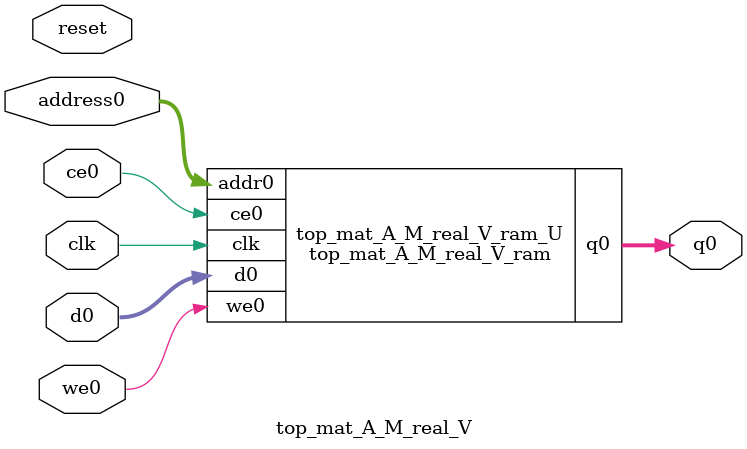
<source format=v>
`timescale 1 ns / 1 ps
module top_mat_A_M_real_V_ram (addr0, ce0, d0, we0, q0,  clk);

parameter DWIDTH = 16;
parameter AWIDTH = 14;
parameter MEM_SIZE = 12520;

input[AWIDTH-1:0] addr0;
input ce0;
input[DWIDTH-1:0] d0;
input we0;
output reg[DWIDTH-1:0] q0;
input clk;

reg [DWIDTH-1:0] ram[0:MEM_SIZE-1];




always @(posedge clk)  
begin 
    if (ce0) begin
        if (we0) 
            ram[addr0] <= d0; 
        q0 <= ram[addr0];
    end
end


endmodule

`timescale 1 ns / 1 ps
module top_mat_A_M_real_V(
    reset,
    clk,
    address0,
    ce0,
    we0,
    d0,
    q0);

parameter DataWidth = 32'd16;
parameter AddressRange = 32'd12520;
parameter AddressWidth = 32'd14;
input reset;
input clk;
input[AddressWidth - 1:0] address0;
input ce0;
input we0;
input[DataWidth - 1:0] d0;
output[DataWidth - 1:0] q0;



top_mat_A_M_real_V_ram top_mat_A_M_real_V_ram_U(
    .clk( clk ),
    .addr0( address0 ),
    .ce0( ce0 ),
    .we0( we0 ),
    .d0( d0 ),
    .q0( q0 ));

endmodule


</source>
